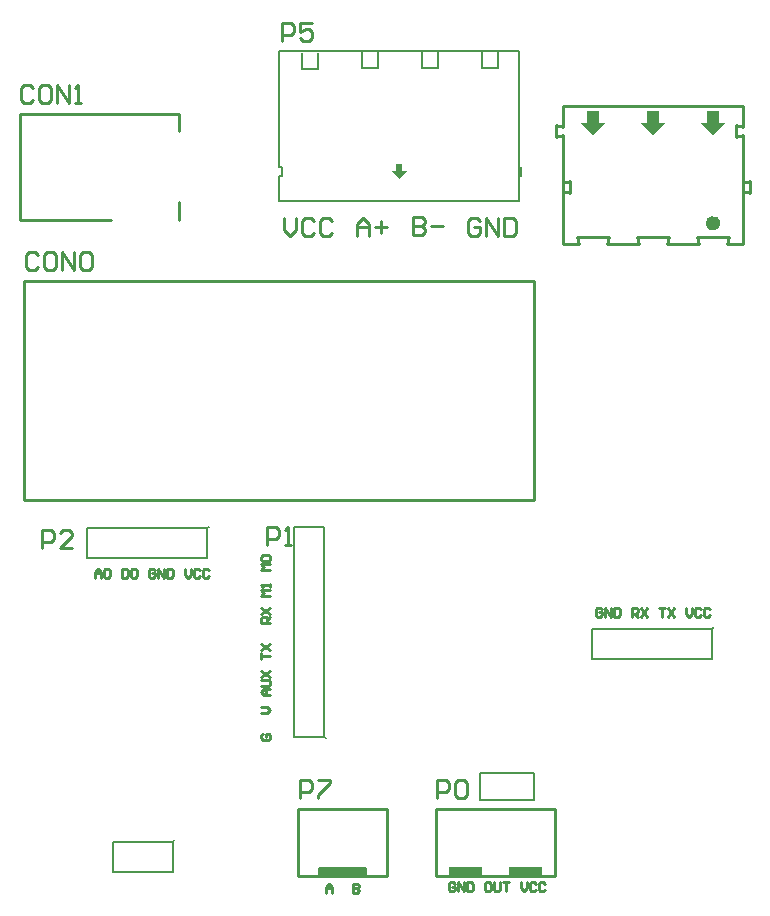
<source format=gto>
G04*
G04 #@! TF.GenerationSoftware,Altium Limited,Altium Designer,21.3.2 (30)*
G04*
G04 Layer_Color=65535*
%FSTAX24Y24*%
%MOIN*%
G70*
G04*
G04 #@! TF.SameCoordinates,655743E2-E340-4FCB-8EBE-1CC431C952CD*
G04*
G04*
G04 #@! TF.FilePolarity,Positive*
G04*
G01*
G75*
%ADD10C,0.0300*%
%ADD11C,0.0100*%
%ADD12C,0.0080*%
%ADD13C,0.0050*%
%ADD14C,0.0070*%
G36*
X035662Y014921D02*
X035646Y014959D01*
Y015209D01*
X035662Y015248D01*
X0357Y015263D01*
X0372D01*
X037238Y015248D01*
X037254Y015209D01*
Y014959D01*
X037238Y014921D01*
X0372Y014905D01*
X0357D01*
X035662Y014921D01*
D02*
G37*
G36*
X040012Y014927D02*
X039996Y014965D01*
Y015215D01*
X040012Y015253D01*
X04005Y015269D01*
X04105D01*
X041088Y015253D01*
X041104Y015215D01*
Y014965D01*
X041088Y014927D01*
X04105Y014911D01*
X04005D01*
X040012Y014927D01*
D02*
G37*
G36*
X042012D02*
X041996Y014965D01*
Y015215D01*
X042012Y015253D01*
X04205Y015269D01*
X04305D01*
X043088Y015253D01*
X043104Y015215D01*
Y014965D01*
X043088Y014927D01*
X04305Y014911D01*
X04205D01*
X042012Y014927D01*
D02*
G37*
G36*
X03835Y0382D02*
X0386Y03845D01*
X03845D01*
Y0387D01*
X03825D01*
Y03845D01*
X0381D01*
X03835Y0382D01*
D02*
G37*
G36*
X044603Y040458D02*
Y040064D01*
X044406D01*
X0448Y03967D01*
X045194Y040064D01*
X044997D01*
Y040458D01*
X044603D01*
D02*
G37*
G36*
X046603D02*
Y040064D01*
X046406D01*
X0468Y03967D01*
X047194Y040064D01*
X046997D01*
Y040458D01*
X046603D01*
D02*
G37*
G36*
X048603D02*
Y040064D01*
X048406D01*
X0488Y03967D01*
X049194Y040064D01*
X048997D01*
Y040458D01*
X048603D01*
D02*
G37*
D10*
X048898Y036718D02*
G03*
X048898Y036718I-000098J0D01*
G01*
D11*
X0438Y036029D02*
X044333D01*
X044267Y036269D02*
X044333Y036029D01*
X045267D02*
X045333Y036269D01*
X044267D02*
X045333D01*
X045267Y036029D02*
X0458D01*
X046267Y036269D02*
X046333Y036029D01*
X047267D02*
X047333Y036269D01*
X048267D02*
X048333Y036029D01*
X049267D02*
X049333Y036269D01*
X048267D02*
X049333D01*
X049267Y036029D02*
X0498D01*
X047267D02*
X048333D01*
X046267Y036269D02*
X047333D01*
X0458Y036029D02*
X046333D01*
X0438Y040615D02*
X0498D01*
X05004Y037715D02*
Y038115D01*
X0498Y038048D02*
X05004Y038115D01*
X0498Y037782D02*
X05004Y037715D01*
X04956Y039974D02*
X0498Y039907D01*
Y040615D01*
Y036029D02*
Y039641D01*
X04956Y039574D02*
X0498Y039641D01*
X04956Y039574D02*
Y039974D01*
X04404Y037715D02*
Y038115D01*
X0438Y038048D02*
X04404Y038115D01*
X0438Y037782D02*
X04404Y037715D01*
X04356Y039974D02*
X0438Y039907D01*
Y040615D01*
Y036029D02*
Y039641D01*
X04356Y039574D02*
X0438Y039641D01*
X04356Y039574D02*
Y039974D01*
X043534Y01495D02*
Y017194D01*
X039566Y01495D02*
Y017194D01*
Y01495D02*
X043534D01*
X039566Y017194D02*
X043534D01*
X02585Y0348D02*
X04285D01*
X02585Y0275D02*
X04285D01*
Y0348D01*
X02585Y0275D02*
Y0348D01*
X03497Y017189D02*
X037934D01*
X034966Y014944D02*
X037934D01*
X034966D02*
Y017189D01*
X037934Y014944D02*
Y017189D01*
X025697Y036828D02*
X028748D01*
X025697D02*
Y040372D01*
X031012D01*
Y039781D02*
Y040372D01*
Y036828D02*
Y037419D01*
X0451Y02385D02*
X04505Y0239D01*
X04495D01*
X0449Y02385D01*
Y02365D01*
X04495Y0236D01*
X04505D01*
X0451Y02365D01*
Y02375D01*
X045D01*
X0452Y0236D02*
Y0239D01*
X0454Y0236D01*
Y0239D01*
X0455D02*
Y0236D01*
X04565D01*
X0457Y02365D01*
Y02385D01*
X04565Y0239D01*
X0455D01*
X0461Y0236D02*
Y0239D01*
X04625D01*
X0463Y02385D01*
Y02375D01*
X04625Y0237D01*
X0461D01*
X0462D02*
X0463Y0236D01*
X0464Y0239D02*
X046599Y0236D01*
Y0239D02*
X0464Y0236D01*
X046999Y0239D02*
X047199D01*
X047099D01*
Y0236D01*
X047299Y0239D02*
X047499Y0236D01*
Y0239D02*
X047299Y0236D01*
X047899Y0239D02*
Y0237D01*
X047999Y0236D01*
X048099Y0237D01*
Y0239D01*
X048399Y02385D02*
X048349Y0239D01*
X048249D01*
X048199Y02385D01*
Y02365D01*
X048249Y0236D01*
X048349D01*
X048399Y02365D01*
X048699Y02385D02*
X048649Y0239D01*
X048549D01*
X048499Y02385D01*
Y02365D01*
X048549Y0236D01*
X048649D01*
X048699Y02365D01*
X0282Y0249D02*
Y0251D01*
X0283Y0252D01*
X0284Y0251D01*
Y0249D01*
Y02505D01*
X0282D01*
X0285Y02515D02*
X02855Y0252D01*
X02865D01*
X0287Y02515D01*
Y02495D01*
X02865Y0249D01*
X02855D01*
X0285Y02495D01*
Y02515D01*
X0291Y0252D02*
Y0249D01*
X02925D01*
X0293Y02495D01*
Y02515D01*
X02925Y0252D01*
X0291D01*
X0294Y02515D02*
X02945Y0252D01*
X02955D01*
X0296Y02515D01*
Y02495D01*
X02955Y0249D01*
X02945D01*
X0294Y02495D01*
Y02515D01*
X030199D02*
X030149Y0252D01*
X030049D01*
X029999Y02515D01*
Y02495D01*
X030049Y0249D01*
X030149D01*
X030199Y02495D01*
Y02505D01*
X030099D01*
X030299Y0249D02*
Y0252D01*
X030499Y0249D01*
Y0252D01*
X030599D02*
Y0249D01*
X030749D01*
X030799Y02495D01*
Y02515D01*
X030749Y0252D01*
X030599D01*
X031199D02*
Y025D01*
X031299Y0249D01*
X031399Y025D01*
Y0252D01*
X031699Y02515D02*
X031649Y0252D01*
X031549D01*
X031499Y02515D01*
Y02495D01*
X031549Y0249D01*
X031649D01*
X031699Y02495D01*
X031999Y02515D02*
X031949Y0252D01*
X031849D01*
X031799Y02515D01*
Y02495D01*
X031849Y0249D01*
X031949D01*
X031999Y02495D01*
X0338Y0197D02*
X03375Y01965D01*
Y01955D01*
X0338Y0195D01*
X034D01*
X03405Y01955D01*
Y01965D01*
X034Y0197D01*
X0339D01*
Y0196D01*
X03375Y0204D02*
X03395D01*
X03405Y0205D01*
X03395Y0206D01*
X03375D01*
X03405Y021D02*
X03385D01*
X03375Y021099D01*
X03385Y021199D01*
X03405D01*
X0339D01*
Y021D01*
X03375Y021299D02*
X034D01*
X03405Y021349D01*
Y021449D01*
X034Y021499D01*
X03375D01*
Y021599D02*
X03405Y021799D01*
X03375D02*
X03405Y021599D01*
X03375Y022199D02*
Y022399D01*
Y022299D01*
X03405D01*
X03375Y022499D02*
X03405Y022699D01*
X03375D02*
X03405Y022499D01*
Y023399D02*
X03375D01*
Y023549D01*
X0338Y023599D01*
X0339D01*
X03395Y023549D01*
Y023399D01*
Y023499D02*
X03405Y023599D01*
X03375Y023699D02*
X03405Y023899D01*
X03375D02*
X03405Y023699D01*
Y024298D02*
X03375D01*
X03385Y024398D01*
X03375Y024498D01*
X03405D01*
Y024598D02*
Y024698D01*
Y024648D01*
X03375D01*
X0338Y024598D01*
X03405Y025148D02*
X03375D01*
X03385Y025248D01*
X03375Y025348D01*
X03405D01*
X0338Y025448D02*
X03375Y025498D01*
Y025598D01*
X0338Y025648D01*
X034D01*
X03405Y025598D01*
Y025498D01*
X034Y025448D01*
X0338D01*
X0359Y0144D02*
Y0146D01*
X036Y0147D01*
X0361Y0146D01*
Y0144D01*
Y01455D01*
X0359D01*
X0368Y0147D02*
Y0144D01*
X03695D01*
X037Y01445D01*
Y0145D01*
X03695Y01455D01*
X0368D01*
X03695D01*
X037Y0146D01*
Y01465D01*
X03695Y0147D01*
X0368D01*
X0402Y0147D02*
X04015Y01475D01*
X04005D01*
X04Y0147D01*
Y0145D01*
X04005Y01445D01*
X04015D01*
X0402Y0145D01*
Y0146D01*
X0401D01*
X0403Y01445D02*
Y01475D01*
X0405Y01445D01*
Y01475D01*
X0406D02*
Y01445D01*
X04075D01*
X0408Y0145D01*
Y0147D01*
X04075Y01475D01*
X0406D01*
X04135D02*
X04125D01*
X0412Y0147D01*
Y0145D01*
X04125Y01445D01*
X04135D01*
X0414Y0145D01*
Y0147D01*
X04135Y01475D01*
X0415D02*
Y0145D01*
X04155Y01445D01*
X041649D01*
X041699Y0145D01*
Y01475D01*
X041799D02*
X041999D01*
X041899D01*
Y01445D01*
X042399Y01475D02*
Y01455D01*
X042499Y01445D01*
X042599Y01455D01*
Y01475D01*
X042899Y0147D02*
X042849Y01475D01*
X042749D01*
X042699Y0147D01*
Y0145D01*
X042749Y01445D01*
X042849D01*
X042899Y0145D01*
X043199Y0147D02*
X043149Y01475D01*
X043049D01*
X042999Y0147D01*
Y0145D01*
X043049Y01445D01*
X043149D01*
X043199Y0145D01*
X04105Y0368D02*
X04095Y0369D01*
X04075D01*
X04065Y0368D01*
Y0364D01*
X04075Y0363D01*
X04095D01*
X04105Y0364D01*
Y0366D01*
X04085D01*
X04125Y0363D02*
Y0369D01*
X04165Y0363D01*
Y0369D01*
X04185D02*
Y0363D01*
X04215D01*
X042249Y0364D01*
Y0368D01*
X04215Y0369D01*
X04185D01*
X0388Y036908D02*
Y036308D01*
X0391D01*
X0392Y036408D01*
Y036508D01*
X0391Y036608D01*
X0388D01*
X0391D01*
X0392Y036708D01*
Y036808D01*
X0391Y036908D01*
X0388D01*
X0394Y036608D02*
X0398D01*
X036951Y0363D02*
Y0367D01*
X037151Y0369D01*
X037351Y0367D01*
Y0363D01*
Y0366D01*
X036951D01*
X03755D02*
X03795D01*
X03775Y0368D02*
Y0364D01*
X034501Y0369D02*
Y0365D01*
X034701Y0363D01*
X034901Y0365D01*
Y0369D01*
X035501Y0368D02*
X035401Y0369D01*
X035201D01*
X035101Y0368D01*
Y0364D01*
X035201Y0363D01*
X035401D01*
X035501Y0364D01*
X036101Y0368D02*
X036001Y0369D01*
X035801D01*
X035701Y0368D01*
Y0364D01*
X035801Y0363D01*
X036001D01*
X036101Y0364D01*
X03502Y01754D02*
Y01814D01*
X03532D01*
X03542Y01804D01*
Y01784D01*
X03532Y01774D01*
X03502D01*
X03562Y01814D02*
X03602D01*
Y01804D01*
X03562Y01764D01*
Y01754D01*
X03442Y04278D02*
Y04338D01*
X03472D01*
X03482Y04328D01*
Y04308D01*
X03472Y04298D01*
X03442D01*
X03542Y04338D02*
X03502D01*
Y04308D01*
X03522Y04318D01*
X03532D01*
X03542Y04308D01*
Y04288D01*
X03532Y04278D01*
X03512D01*
X03502Y04288D01*
X02645Y0259D02*
Y0265D01*
X02675D01*
X02685Y0264D01*
Y0262D01*
X02675Y0261D01*
X02645D01*
X02745Y0259D02*
X02705D01*
X02745Y0263D01*
Y0264D01*
X02735Y0265D01*
X02715D01*
X02705Y0264D01*
X03395Y026D02*
Y0266D01*
X03425D01*
X03435Y0265D01*
Y0263D01*
X03425Y0262D01*
X03395D01*
X03455Y026D02*
X03475D01*
X03465D01*
Y0266D01*
X03455Y0265D01*
X0396Y01755D02*
Y01815D01*
X0399D01*
X04Y01805D01*
Y01785D01*
X0399Y01775D01*
X0396D01*
X0402Y01805D02*
X0403Y01815D01*
X0405D01*
X0406Y01805D01*
Y01765D01*
X0405Y01755D01*
X0403D01*
X0402Y01765D01*
Y01805D01*
X02615Y04122D02*
X02605Y04132D01*
X02585D01*
X02575Y04122D01*
Y04082D01*
X02585Y04072D01*
X02605D01*
X02615Y04082D01*
X02665Y04132D02*
X02645D01*
X02635Y04122D01*
Y04082D01*
X02645Y04072D01*
X02665D01*
X02675Y04082D01*
Y04122D01*
X02665Y04132D01*
X02695Y04072D02*
Y04132D01*
X027349Y04072D01*
Y04132D01*
X027549Y04072D02*
X027749D01*
X027649D01*
Y04132D01*
X027549Y04122D01*
X0263Y03565D02*
X0262Y03575D01*
X026D01*
X0259Y03565D01*
Y03525D01*
X026Y03515D01*
X0262D01*
X0263Y03525D01*
X0268Y03575D02*
X0266D01*
X0265Y03565D01*
Y03525D01*
X0266Y03515D01*
X0268D01*
X0269Y03525D01*
Y03565D01*
X0268Y03575D01*
X0271Y03515D02*
Y03575D01*
X027499Y03515D01*
Y03575D01*
X027699Y03565D02*
X027799Y03575D01*
X027999D01*
X028099Y03565D01*
Y03525D01*
X027999Y03515D01*
X027799D01*
X027699Y03525D01*
Y03565D01*
D12*
X04478Y0232D02*
X04878D01*
Y0222D02*
Y0232D01*
X04478Y0222D02*
X04878D01*
X04478D02*
Y0232D01*
X04878D02*
X04883Y02325D01*
X0308Y0161D02*
X03085Y01615D01*
X0308Y0151D02*
Y0161D01*
X0288Y0151D02*
X0308D01*
X0288D02*
Y0161D01*
X0308D01*
X02795Y02655D02*
X03195D01*
Y02555D02*
Y02655D01*
X02795Y02555D02*
X03195D01*
X02795D02*
Y02655D01*
X03195D02*
X032Y0266D01*
X03585Y0196D02*
Y0266D01*
X03485D02*
X03585D01*
X03485Y0196D02*
Y0266D01*
Y0196D02*
X03585D01*
X0359Y01955D01*
D13*
X04104Y0184D02*
X04284D01*
Y0175D02*
Y0184D01*
X04104Y0175D02*
X04284D01*
X04104D02*
Y0184D01*
D14*
X03435Y03745D02*
Y0383D01*
Y04245D02*
X04235D01*
X03435Y0386D02*
Y04245D01*
X04235Y03745D02*
Y04245D01*
X03435Y03745D02*
X04235D01*
X04165Y0419D02*
Y04245D01*
X0411Y0419D02*
X04165D01*
X0411D02*
Y04245D01*
X03965Y0419D02*
Y04245D01*
X0391Y0419D02*
X03965D01*
X0391D02*
Y04245D01*
X03765Y0419D02*
Y04245D01*
X0371Y0419D02*
X03765D01*
X0371D02*
Y04245D01*
X03565Y04185D02*
Y0424D01*
X0351Y04185D02*
X03565D01*
X0351D02*
Y0424D01*
X03435Y0386D02*
X03445D01*
Y0383D02*
Y0386D01*
X03435Y0383D02*
X03445D01*
X0424D02*
Y0386D01*
M02*

</source>
